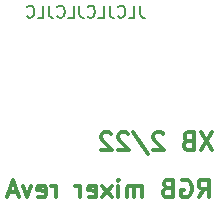
<source format=gbr>
G04 #@! TF.GenerationSoftware,KiCad,Pcbnew,5.1.5+dfsg1-2build2*
G04 #@! TF.CreationDate,2022-02-26T18:56:12+01:00*
G04 #@! TF.ProjectId,RGB_strip_driver,5247425f-7374-4726-9970-5f6472697665,rev?*
G04 #@! TF.SameCoordinates,Original*
G04 #@! TF.FileFunction,Legend,Bot*
G04 #@! TF.FilePolarity,Positive*
%FSLAX46Y46*%
G04 Gerber Fmt 4.6, Leading zero omitted, Abs format (unit mm)*
G04 Created by KiCad (PCBNEW 5.1.5+dfsg1-2build2) date 2022-02-26 18:56:12*
%MOMM*%
%LPD*%
G04 APERTURE LIST*
%ADD10C,0.150000*%
%ADD11C,0.300000*%
G04 APERTURE END LIST*
D10*
X124619047Y-122452380D02*
X124619047Y-123166666D01*
X124666666Y-123309523D01*
X124761904Y-123404761D01*
X124904761Y-123452380D01*
X125000000Y-123452380D01*
X123666666Y-123452380D02*
X124142857Y-123452380D01*
X124142857Y-122452380D01*
X122761904Y-123357142D02*
X122809523Y-123404761D01*
X122952380Y-123452380D01*
X123047619Y-123452380D01*
X123190476Y-123404761D01*
X123285714Y-123309523D01*
X123333333Y-123214285D01*
X123380952Y-123023809D01*
X123380952Y-122880952D01*
X123333333Y-122690476D01*
X123285714Y-122595238D01*
X123190476Y-122500000D01*
X123047619Y-122452380D01*
X122952380Y-122452380D01*
X122809523Y-122500000D01*
X122761904Y-122547619D01*
X122047619Y-122452380D02*
X122047619Y-123166666D01*
X122095238Y-123309523D01*
X122190476Y-123404761D01*
X122333333Y-123452380D01*
X122428571Y-123452380D01*
X121095238Y-123452380D02*
X121571428Y-123452380D01*
X121571428Y-122452380D01*
X120190476Y-123357142D02*
X120238095Y-123404761D01*
X120380952Y-123452380D01*
X120476190Y-123452380D01*
X120619047Y-123404761D01*
X120714285Y-123309523D01*
X120761904Y-123214285D01*
X120809523Y-123023809D01*
X120809523Y-122880952D01*
X120761904Y-122690476D01*
X120714285Y-122595238D01*
X120619047Y-122500000D01*
X120476190Y-122452380D01*
X120380952Y-122452380D01*
X120238095Y-122500000D01*
X120190476Y-122547619D01*
X119476190Y-122452380D02*
X119476190Y-123166666D01*
X119523809Y-123309523D01*
X119619047Y-123404761D01*
X119761904Y-123452380D01*
X119857142Y-123452380D01*
X118523809Y-123452380D02*
X119000000Y-123452380D01*
X119000000Y-122452380D01*
X117619047Y-123357142D02*
X117666666Y-123404761D01*
X117809523Y-123452380D01*
X117904761Y-123452380D01*
X118047619Y-123404761D01*
X118142857Y-123309523D01*
X118190476Y-123214285D01*
X118238095Y-123023809D01*
X118238095Y-122880952D01*
X118190476Y-122690476D01*
X118142857Y-122595238D01*
X118047619Y-122500000D01*
X117904761Y-122452380D01*
X117809523Y-122452380D01*
X117666666Y-122500000D01*
X117619047Y-122547619D01*
X116904761Y-122452380D02*
X116904761Y-123166666D01*
X116952380Y-123309523D01*
X117047619Y-123404761D01*
X117190476Y-123452380D01*
X117285714Y-123452380D01*
X115952380Y-123452380D02*
X116428571Y-123452380D01*
X116428571Y-122452380D01*
X115047619Y-123357142D02*
X115095238Y-123404761D01*
X115238095Y-123452380D01*
X115333333Y-123452380D01*
X115476190Y-123404761D01*
X115571428Y-123309523D01*
X115619047Y-123214285D01*
X115666666Y-123023809D01*
X115666666Y-122880952D01*
X115619047Y-122690476D01*
X115571428Y-122595238D01*
X115476190Y-122500000D01*
X115333333Y-122452380D01*
X115238095Y-122452380D01*
X115095238Y-122500000D01*
X115047619Y-122547619D01*
D11*
X129571428Y-138678571D02*
X130071428Y-137964285D01*
X130428571Y-138678571D02*
X130428571Y-137178571D01*
X129857142Y-137178571D01*
X129714285Y-137250000D01*
X129642857Y-137321428D01*
X129571428Y-137464285D01*
X129571428Y-137678571D01*
X129642857Y-137821428D01*
X129714285Y-137892857D01*
X129857142Y-137964285D01*
X130428571Y-137964285D01*
X128142857Y-137250000D02*
X128285714Y-137178571D01*
X128500000Y-137178571D01*
X128714285Y-137250000D01*
X128857142Y-137392857D01*
X128928571Y-137535714D01*
X129000000Y-137821428D01*
X129000000Y-138035714D01*
X128928571Y-138321428D01*
X128857142Y-138464285D01*
X128714285Y-138607142D01*
X128500000Y-138678571D01*
X128357142Y-138678571D01*
X128142857Y-138607142D01*
X128071428Y-138535714D01*
X128071428Y-138035714D01*
X128357142Y-138035714D01*
X126928571Y-137892857D02*
X126714285Y-137964285D01*
X126642857Y-138035714D01*
X126571428Y-138178571D01*
X126571428Y-138392857D01*
X126642857Y-138535714D01*
X126714285Y-138607142D01*
X126857142Y-138678571D01*
X127428571Y-138678571D01*
X127428571Y-137178571D01*
X126928571Y-137178571D01*
X126785714Y-137250000D01*
X126714285Y-137321428D01*
X126642857Y-137464285D01*
X126642857Y-137607142D01*
X126714285Y-137750000D01*
X126785714Y-137821428D01*
X126928571Y-137892857D01*
X127428571Y-137892857D01*
X124785714Y-138678571D02*
X124785714Y-137678571D01*
X124785714Y-137821428D02*
X124714285Y-137750000D01*
X124571428Y-137678571D01*
X124357142Y-137678571D01*
X124214285Y-137750000D01*
X124142857Y-137892857D01*
X124142857Y-138678571D01*
X124142857Y-137892857D02*
X124071428Y-137750000D01*
X123928571Y-137678571D01*
X123714285Y-137678571D01*
X123571428Y-137750000D01*
X123500000Y-137892857D01*
X123500000Y-138678571D01*
X122785714Y-138678571D02*
X122785714Y-137678571D01*
X122785714Y-137178571D02*
X122857142Y-137250000D01*
X122785714Y-137321428D01*
X122714285Y-137250000D01*
X122785714Y-137178571D01*
X122785714Y-137321428D01*
X122214285Y-138678571D02*
X121428571Y-137678571D01*
X122214285Y-137678571D02*
X121428571Y-138678571D01*
X120285714Y-138607142D02*
X120428571Y-138678571D01*
X120714285Y-138678571D01*
X120857142Y-138607142D01*
X120928571Y-138464285D01*
X120928571Y-137892857D01*
X120857142Y-137750000D01*
X120714285Y-137678571D01*
X120428571Y-137678571D01*
X120285714Y-137750000D01*
X120214285Y-137892857D01*
X120214285Y-138035714D01*
X120928571Y-138178571D01*
X119571428Y-138678571D02*
X119571428Y-137678571D01*
X119571428Y-137964285D02*
X119500000Y-137821428D01*
X119428571Y-137750000D01*
X119285714Y-137678571D01*
X119142857Y-137678571D01*
X117500000Y-138678571D02*
X117500000Y-137678571D01*
X117500000Y-137964285D02*
X117428571Y-137821428D01*
X117357142Y-137750000D01*
X117214285Y-137678571D01*
X117071428Y-137678571D01*
X116000000Y-138607142D02*
X116142857Y-138678571D01*
X116428571Y-138678571D01*
X116571428Y-138607142D01*
X116642857Y-138464285D01*
X116642857Y-137892857D01*
X116571428Y-137750000D01*
X116428571Y-137678571D01*
X116142857Y-137678571D01*
X116000000Y-137750000D01*
X115928571Y-137892857D01*
X115928571Y-138035714D01*
X116642857Y-138178571D01*
X115428571Y-137678571D02*
X115071428Y-138678571D01*
X114714285Y-137678571D01*
X114214285Y-138250000D02*
X113500000Y-138250000D01*
X114357142Y-138678571D02*
X113857142Y-137178571D01*
X113357142Y-138678571D01*
X130750000Y-133178571D02*
X129750000Y-134678571D01*
X129750000Y-133178571D02*
X130750000Y-134678571D01*
X128678571Y-133892857D02*
X128464285Y-133964285D01*
X128392857Y-134035714D01*
X128321428Y-134178571D01*
X128321428Y-134392857D01*
X128392857Y-134535714D01*
X128464285Y-134607142D01*
X128607142Y-134678571D01*
X129178571Y-134678571D01*
X129178571Y-133178571D01*
X128678571Y-133178571D01*
X128535714Y-133250000D01*
X128464285Y-133321428D01*
X128392857Y-133464285D01*
X128392857Y-133607142D01*
X128464285Y-133750000D01*
X128535714Y-133821428D01*
X128678571Y-133892857D01*
X129178571Y-133892857D01*
X126607142Y-133321428D02*
X126535714Y-133250000D01*
X126392857Y-133178571D01*
X126035714Y-133178571D01*
X125892857Y-133250000D01*
X125821428Y-133321428D01*
X125750000Y-133464285D01*
X125750000Y-133607142D01*
X125821428Y-133821428D01*
X126678571Y-134678571D01*
X125750000Y-134678571D01*
X124035714Y-133107142D02*
X125321428Y-135035714D01*
X123607142Y-133321428D02*
X123535714Y-133250000D01*
X123392857Y-133178571D01*
X123035714Y-133178571D01*
X122892857Y-133250000D01*
X122821428Y-133321428D01*
X122750000Y-133464285D01*
X122750000Y-133607142D01*
X122821428Y-133821428D01*
X123678571Y-134678571D01*
X122750000Y-134678571D01*
X122178571Y-133321428D02*
X122107142Y-133250000D01*
X121964285Y-133178571D01*
X121607142Y-133178571D01*
X121464285Y-133250000D01*
X121392857Y-133321428D01*
X121321428Y-133464285D01*
X121321428Y-133607142D01*
X121392857Y-133821428D01*
X122250000Y-134678571D01*
X121321428Y-134678571D01*
M02*

</source>
